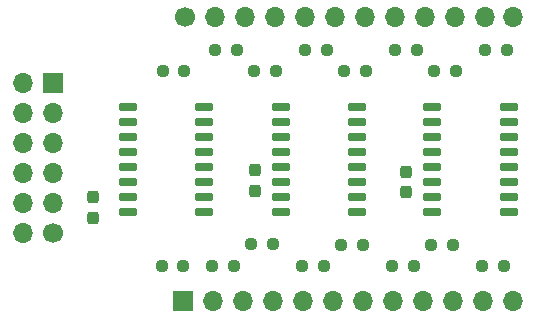
<source format=gbr>
%TF.GenerationSoftware,KiCad,Pcbnew,(6.0.9)*%
%TF.CreationDate,2023-03-11T18:38:12+09:00*%
%TF.ProjectId,Pmod_Matrix2,506d6f64-5f4d-4617-9472-6978322e6b69,rev?*%
%TF.SameCoordinates,Original*%
%TF.FileFunction,Soldermask,Top*%
%TF.FilePolarity,Negative*%
%FSLAX46Y46*%
G04 Gerber Fmt 4.6, Leading zero omitted, Abs format (unit mm)*
G04 Created by KiCad (PCBNEW (6.0.9)) date 2023-03-11 18:38:12*
%MOMM*%
%LPD*%
G01*
G04 APERTURE LIST*
G04 Aperture macros list*
%AMRoundRect*
0 Rectangle with rounded corners*
0 $1 Rounding radius*
0 $2 $3 $4 $5 $6 $7 $8 $9 X,Y pos of 4 corners*
0 Add a 4 corners polygon primitive as box body*
4,1,4,$2,$3,$4,$5,$6,$7,$8,$9,$2,$3,0*
0 Add four circle primitives for the rounded corners*
1,1,$1+$1,$2,$3*
1,1,$1+$1,$4,$5*
1,1,$1+$1,$6,$7*
1,1,$1+$1,$8,$9*
0 Add four rect primitives between the rounded corners*
20,1,$1+$1,$2,$3,$4,$5,0*
20,1,$1+$1,$4,$5,$6,$7,0*
20,1,$1+$1,$6,$7,$8,$9,0*
20,1,$1+$1,$8,$9,$2,$3,0*%
G04 Aperture macros list end*
%ADD10C,1.700000*%
%ADD11O,1.700000X1.700000*%
%ADD12R,1.700000X1.700000*%
%ADD13RoundRect,0.150000X0.650000X0.150000X-0.650000X0.150000X-0.650000X-0.150000X0.650000X-0.150000X0*%
%ADD14RoundRect,0.237500X-0.250000X-0.237500X0.250000X-0.237500X0.250000X0.237500X-0.250000X0.237500X0*%
%ADD15RoundRect,0.237500X0.250000X0.237500X-0.250000X0.237500X-0.250000X-0.237500X0.250000X-0.237500X0*%
%ADD16RoundRect,0.237500X-0.237500X0.300000X-0.237500X-0.300000X0.237500X-0.300000X0.237500X0.300000X0*%
G04 APERTURE END LIST*
D10*
%TO.C,U4*%
X118483500Y-87760000D03*
D11*
X121023500Y-87760000D03*
X123563500Y-87760000D03*
X126103500Y-87760000D03*
X128643500Y-87760000D03*
X131183500Y-87760000D03*
X133723500Y-87760000D03*
X136263500Y-87760000D03*
X138803500Y-87760000D03*
X141343500Y-87760000D03*
X143883500Y-87760000D03*
X146203500Y-87760000D03*
X146203500Y-111820000D03*
X143663500Y-111820000D03*
X141123500Y-111820000D03*
X138583500Y-111820000D03*
X136043500Y-111820000D03*
X133503500Y-111820000D03*
X130963500Y-111820000D03*
X128423500Y-111820000D03*
X125883500Y-111820000D03*
X123343500Y-111820000D03*
X120803500Y-111820000D03*
D12*
X118263500Y-111820000D03*
%TD*%
D13*
%TO.C,U1*%
X120090000Y-104267000D03*
X120090000Y-102997000D03*
X120090000Y-101727000D03*
X120090000Y-100457000D03*
X120090000Y-99187000D03*
X120090000Y-97917000D03*
X120090000Y-96647000D03*
X120090000Y-95377000D03*
X113590000Y-95377000D03*
X113590000Y-96647000D03*
X113590000Y-97917000D03*
X113590000Y-99187000D03*
X113590000Y-100457000D03*
X113590000Y-101727000D03*
X113590000Y-102997000D03*
X113590000Y-104267000D03*
%TD*%
D10*
%TO.C,J1*%
X107250000Y-106045000D03*
D11*
X104710000Y-106045000D03*
X107250000Y-103505000D03*
X104710000Y-103505000D03*
X107250000Y-100965000D03*
X104710000Y-100965000D03*
X107250000Y-98425000D03*
X104710000Y-98425000D03*
X107250000Y-95885000D03*
X104710000Y-95885000D03*
D12*
X107250000Y-93345000D03*
D11*
X104710000Y-93345000D03*
%TD*%
D13*
%TO.C,U3*%
X139371000Y-104267000D03*
X139371000Y-102997000D03*
X139371000Y-101727000D03*
X139371000Y-100457000D03*
X139371000Y-99187000D03*
X139371000Y-97917000D03*
X139371000Y-96647000D03*
X139371000Y-95377000D03*
X145871000Y-95377000D03*
X145871000Y-96647000D03*
X145871000Y-97917000D03*
X145871000Y-99187000D03*
X145871000Y-100457000D03*
X145871000Y-101727000D03*
X145871000Y-102997000D03*
X145871000Y-104267000D03*
%TD*%
%TO.C,U2*%
X133044000Y-104267000D03*
X133044000Y-102997000D03*
X133044000Y-101727000D03*
X133044000Y-100457000D03*
X133044000Y-99187000D03*
X133044000Y-97917000D03*
X133044000Y-96647000D03*
X133044000Y-95377000D03*
X126544000Y-95377000D03*
X126544000Y-96647000D03*
X126544000Y-97917000D03*
X126544000Y-99187000D03*
X126544000Y-100457000D03*
X126544000Y-101727000D03*
X126544000Y-102997000D03*
X126544000Y-104267000D03*
%TD*%
D14*
%TO.C,R16*%
X143867500Y-90551000D03*
X145692500Y-90551000D03*
%TD*%
D15*
%TO.C,R15*%
X141374500Y-92329000D03*
X139549500Y-92329000D03*
%TD*%
D14*
%TO.C,R14*%
X136247500Y-90551000D03*
X138072500Y-90551000D03*
%TD*%
D15*
%TO.C,R13*%
X133754500Y-92329000D03*
X131929500Y-92329000D03*
%TD*%
D14*
%TO.C,R12*%
X128627500Y-90551000D03*
X130452500Y-90551000D03*
%TD*%
D15*
%TO.C,R11*%
X126134500Y-92329000D03*
X124309500Y-92329000D03*
%TD*%
D14*
%TO.C,R10*%
X121007500Y-90551000D03*
X122832500Y-90551000D03*
%TD*%
D15*
%TO.C,R9*%
X118387500Y-92329000D03*
X116562500Y-92329000D03*
%TD*%
%TO.C,R8*%
X145438500Y-108839000D03*
X143613500Y-108839000D03*
%TD*%
D14*
%TO.C,R7*%
X139295500Y-107061000D03*
X141120500Y-107061000D03*
%TD*%
D15*
%TO.C,R6*%
X137818500Y-108839000D03*
X135993500Y-108839000D03*
%TD*%
D14*
%TO.C,R5*%
X131675500Y-107061000D03*
X133500500Y-107061000D03*
%TD*%
D15*
%TO.C,R4*%
X130198500Y-108839000D03*
X128373500Y-108839000D03*
%TD*%
D14*
%TO.C,R3*%
X124055500Y-106934000D03*
X125880500Y-106934000D03*
%TD*%
D15*
%TO.C,R2*%
X122578500Y-108839000D03*
X120753500Y-108839000D03*
%TD*%
D14*
%TO.C,R1*%
X116459000Y-108839000D03*
X118284000Y-108839000D03*
%TD*%
D16*
%TO.C,C3*%
X137160000Y-100864500D03*
X137160000Y-102589500D03*
%TD*%
%TO.C,C2*%
X124333000Y-100737500D03*
X124333000Y-102462500D03*
%TD*%
%TO.C,C1*%
X110617000Y-103023500D03*
X110617000Y-104748500D03*
%TD*%
M02*

</source>
